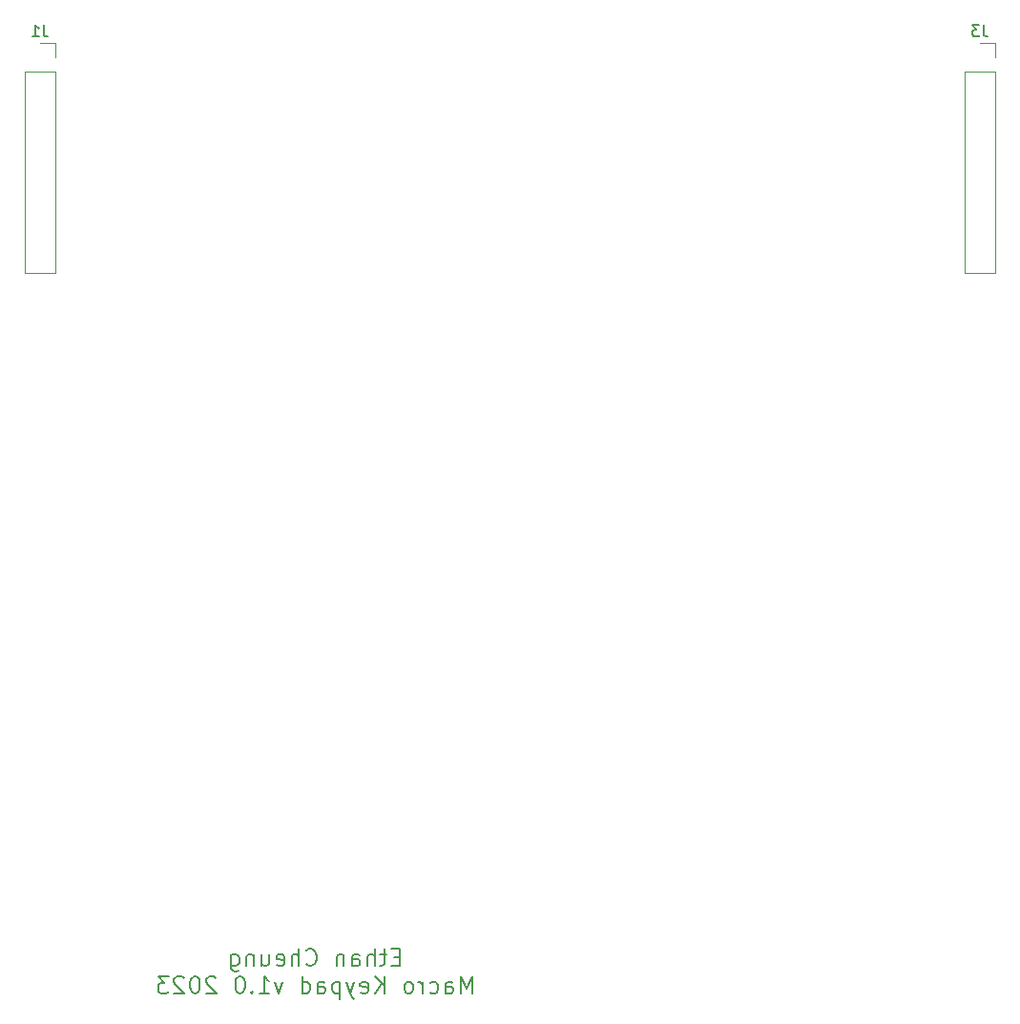
<source format=gbr>
%TF.GenerationSoftware,KiCad,Pcbnew,7.0.8*%
%TF.CreationDate,2023-10-31T17:03:34+08:00*%
%TF.ProjectId,MacroKeypad,4d616372-6f4b-4657-9970-61642e6b6963,rev?*%
%TF.SameCoordinates,Original*%
%TF.FileFunction,Legend,Bot*%
%TF.FilePolarity,Positive*%
%FSLAX46Y46*%
G04 Gerber Fmt 4.6, Leading zero omitted, Abs format (unit mm)*
G04 Created by KiCad (PCBNEW 7.0.8) date 2023-10-31 17:03:34*
%MOMM*%
%LPD*%
G01*
G04 APERTURE LIST*
%ADD10C,0.150000*%
%ADD11C,0.120000*%
G04 APERTURE END LIST*
D10*
X94967286Y-133132914D02*
X94467286Y-133132914D01*
X94253000Y-133918628D02*
X94967286Y-133918628D01*
X94967286Y-133918628D02*
X94967286Y-132418628D01*
X94967286Y-132418628D02*
X94253000Y-132418628D01*
X93824428Y-132918628D02*
X93253000Y-132918628D01*
X93610143Y-132418628D02*
X93610143Y-133704342D01*
X93610143Y-133704342D02*
X93538714Y-133847200D01*
X93538714Y-133847200D02*
X93395857Y-133918628D01*
X93395857Y-133918628D02*
X93253000Y-133918628D01*
X92753000Y-133918628D02*
X92753000Y-132418628D01*
X92110143Y-133918628D02*
X92110143Y-133132914D01*
X92110143Y-133132914D02*
X92181571Y-132990057D01*
X92181571Y-132990057D02*
X92324428Y-132918628D01*
X92324428Y-132918628D02*
X92538714Y-132918628D01*
X92538714Y-132918628D02*
X92681571Y-132990057D01*
X92681571Y-132990057D02*
X92753000Y-133061485D01*
X90753000Y-133918628D02*
X90753000Y-133132914D01*
X90753000Y-133132914D02*
X90824428Y-132990057D01*
X90824428Y-132990057D02*
X90967285Y-132918628D01*
X90967285Y-132918628D02*
X91253000Y-132918628D01*
X91253000Y-132918628D02*
X91395857Y-132990057D01*
X90753000Y-133847200D02*
X90895857Y-133918628D01*
X90895857Y-133918628D02*
X91253000Y-133918628D01*
X91253000Y-133918628D02*
X91395857Y-133847200D01*
X91395857Y-133847200D02*
X91467285Y-133704342D01*
X91467285Y-133704342D02*
X91467285Y-133561485D01*
X91467285Y-133561485D02*
X91395857Y-133418628D01*
X91395857Y-133418628D02*
X91253000Y-133347200D01*
X91253000Y-133347200D02*
X90895857Y-133347200D01*
X90895857Y-133347200D02*
X90753000Y-133275771D01*
X90038714Y-132918628D02*
X90038714Y-133918628D01*
X90038714Y-133061485D02*
X89967285Y-132990057D01*
X89967285Y-132990057D02*
X89824428Y-132918628D01*
X89824428Y-132918628D02*
X89610142Y-132918628D01*
X89610142Y-132918628D02*
X89467285Y-132990057D01*
X89467285Y-132990057D02*
X89395857Y-133132914D01*
X89395857Y-133132914D02*
X89395857Y-133918628D01*
X86681571Y-133775771D02*
X86752999Y-133847200D01*
X86752999Y-133847200D02*
X86967285Y-133918628D01*
X86967285Y-133918628D02*
X87110142Y-133918628D01*
X87110142Y-133918628D02*
X87324428Y-133847200D01*
X87324428Y-133847200D02*
X87467285Y-133704342D01*
X87467285Y-133704342D02*
X87538714Y-133561485D01*
X87538714Y-133561485D02*
X87610142Y-133275771D01*
X87610142Y-133275771D02*
X87610142Y-133061485D01*
X87610142Y-133061485D02*
X87538714Y-132775771D01*
X87538714Y-132775771D02*
X87467285Y-132632914D01*
X87467285Y-132632914D02*
X87324428Y-132490057D01*
X87324428Y-132490057D02*
X87110142Y-132418628D01*
X87110142Y-132418628D02*
X86967285Y-132418628D01*
X86967285Y-132418628D02*
X86752999Y-132490057D01*
X86752999Y-132490057D02*
X86681571Y-132561485D01*
X86038714Y-133918628D02*
X86038714Y-132418628D01*
X85395857Y-133918628D02*
X85395857Y-133132914D01*
X85395857Y-133132914D02*
X85467285Y-132990057D01*
X85467285Y-132990057D02*
X85610142Y-132918628D01*
X85610142Y-132918628D02*
X85824428Y-132918628D01*
X85824428Y-132918628D02*
X85967285Y-132990057D01*
X85967285Y-132990057D02*
X86038714Y-133061485D01*
X84110142Y-133847200D02*
X84252999Y-133918628D01*
X84252999Y-133918628D02*
X84538714Y-133918628D01*
X84538714Y-133918628D02*
X84681571Y-133847200D01*
X84681571Y-133847200D02*
X84752999Y-133704342D01*
X84752999Y-133704342D02*
X84752999Y-133132914D01*
X84752999Y-133132914D02*
X84681571Y-132990057D01*
X84681571Y-132990057D02*
X84538714Y-132918628D01*
X84538714Y-132918628D02*
X84252999Y-132918628D01*
X84252999Y-132918628D02*
X84110142Y-132990057D01*
X84110142Y-132990057D02*
X84038714Y-133132914D01*
X84038714Y-133132914D02*
X84038714Y-133275771D01*
X84038714Y-133275771D02*
X84752999Y-133418628D01*
X82753000Y-132918628D02*
X82753000Y-133918628D01*
X83395857Y-132918628D02*
X83395857Y-133704342D01*
X83395857Y-133704342D02*
X83324428Y-133847200D01*
X83324428Y-133847200D02*
X83181571Y-133918628D01*
X83181571Y-133918628D02*
X82967285Y-133918628D01*
X82967285Y-133918628D02*
X82824428Y-133847200D01*
X82824428Y-133847200D02*
X82753000Y-133775771D01*
X82038714Y-132918628D02*
X82038714Y-133918628D01*
X82038714Y-133061485D02*
X81967285Y-132990057D01*
X81967285Y-132990057D02*
X81824428Y-132918628D01*
X81824428Y-132918628D02*
X81610142Y-132918628D01*
X81610142Y-132918628D02*
X81467285Y-132990057D01*
X81467285Y-132990057D02*
X81395857Y-133132914D01*
X81395857Y-133132914D02*
X81395857Y-133918628D01*
X80038714Y-132918628D02*
X80038714Y-134132914D01*
X80038714Y-134132914D02*
X80110142Y-134275771D01*
X80110142Y-134275771D02*
X80181571Y-134347200D01*
X80181571Y-134347200D02*
X80324428Y-134418628D01*
X80324428Y-134418628D02*
X80538714Y-134418628D01*
X80538714Y-134418628D02*
X80681571Y-134347200D01*
X80038714Y-133847200D02*
X80181571Y-133918628D01*
X80181571Y-133918628D02*
X80467285Y-133918628D01*
X80467285Y-133918628D02*
X80610142Y-133847200D01*
X80610142Y-133847200D02*
X80681571Y-133775771D01*
X80681571Y-133775771D02*
X80752999Y-133632914D01*
X80752999Y-133632914D02*
X80752999Y-133204342D01*
X80752999Y-133204342D02*
X80681571Y-133061485D01*
X80681571Y-133061485D02*
X80610142Y-132990057D01*
X80610142Y-132990057D02*
X80467285Y-132918628D01*
X80467285Y-132918628D02*
X80181571Y-132918628D01*
X80181571Y-132918628D02*
X80038714Y-132990057D01*
X101395855Y-136333628D02*
X101395855Y-134833628D01*
X101395855Y-134833628D02*
X100895855Y-135905057D01*
X100895855Y-135905057D02*
X100395855Y-134833628D01*
X100395855Y-134833628D02*
X100395855Y-136333628D01*
X99038712Y-136333628D02*
X99038712Y-135547914D01*
X99038712Y-135547914D02*
X99110140Y-135405057D01*
X99110140Y-135405057D02*
X99252997Y-135333628D01*
X99252997Y-135333628D02*
X99538712Y-135333628D01*
X99538712Y-135333628D02*
X99681569Y-135405057D01*
X99038712Y-136262200D02*
X99181569Y-136333628D01*
X99181569Y-136333628D02*
X99538712Y-136333628D01*
X99538712Y-136333628D02*
X99681569Y-136262200D01*
X99681569Y-136262200D02*
X99752997Y-136119342D01*
X99752997Y-136119342D02*
X99752997Y-135976485D01*
X99752997Y-135976485D02*
X99681569Y-135833628D01*
X99681569Y-135833628D02*
X99538712Y-135762200D01*
X99538712Y-135762200D02*
X99181569Y-135762200D01*
X99181569Y-135762200D02*
X99038712Y-135690771D01*
X97681569Y-136262200D02*
X97824426Y-136333628D01*
X97824426Y-136333628D02*
X98110140Y-136333628D01*
X98110140Y-136333628D02*
X98252997Y-136262200D01*
X98252997Y-136262200D02*
X98324426Y-136190771D01*
X98324426Y-136190771D02*
X98395854Y-136047914D01*
X98395854Y-136047914D02*
X98395854Y-135619342D01*
X98395854Y-135619342D02*
X98324426Y-135476485D01*
X98324426Y-135476485D02*
X98252997Y-135405057D01*
X98252997Y-135405057D02*
X98110140Y-135333628D01*
X98110140Y-135333628D02*
X97824426Y-135333628D01*
X97824426Y-135333628D02*
X97681569Y-135405057D01*
X97038712Y-136333628D02*
X97038712Y-135333628D01*
X97038712Y-135619342D02*
X96967283Y-135476485D01*
X96967283Y-135476485D02*
X96895855Y-135405057D01*
X96895855Y-135405057D02*
X96752997Y-135333628D01*
X96752997Y-135333628D02*
X96610140Y-135333628D01*
X95895855Y-136333628D02*
X96038712Y-136262200D01*
X96038712Y-136262200D02*
X96110141Y-136190771D01*
X96110141Y-136190771D02*
X96181569Y-136047914D01*
X96181569Y-136047914D02*
X96181569Y-135619342D01*
X96181569Y-135619342D02*
X96110141Y-135476485D01*
X96110141Y-135476485D02*
X96038712Y-135405057D01*
X96038712Y-135405057D02*
X95895855Y-135333628D01*
X95895855Y-135333628D02*
X95681569Y-135333628D01*
X95681569Y-135333628D02*
X95538712Y-135405057D01*
X95538712Y-135405057D02*
X95467284Y-135476485D01*
X95467284Y-135476485D02*
X95395855Y-135619342D01*
X95395855Y-135619342D02*
X95395855Y-136047914D01*
X95395855Y-136047914D02*
X95467284Y-136190771D01*
X95467284Y-136190771D02*
X95538712Y-136262200D01*
X95538712Y-136262200D02*
X95681569Y-136333628D01*
X95681569Y-136333628D02*
X95895855Y-136333628D01*
X93610141Y-136333628D02*
X93610141Y-134833628D01*
X92752998Y-136333628D02*
X93395855Y-135476485D01*
X92752998Y-134833628D02*
X93610141Y-135690771D01*
X91538712Y-136262200D02*
X91681569Y-136333628D01*
X91681569Y-136333628D02*
X91967284Y-136333628D01*
X91967284Y-136333628D02*
X92110141Y-136262200D01*
X92110141Y-136262200D02*
X92181569Y-136119342D01*
X92181569Y-136119342D02*
X92181569Y-135547914D01*
X92181569Y-135547914D02*
X92110141Y-135405057D01*
X92110141Y-135405057D02*
X91967284Y-135333628D01*
X91967284Y-135333628D02*
X91681569Y-135333628D01*
X91681569Y-135333628D02*
X91538712Y-135405057D01*
X91538712Y-135405057D02*
X91467284Y-135547914D01*
X91467284Y-135547914D02*
X91467284Y-135690771D01*
X91467284Y-135690771D02*
X92181569Y-135833628D01*
X90967284Y-135333628D02*
X90610141Y-136333628D01*
X90252998Y-135333628D02*
X90610141Y-136333628D01*
X90610141Y-136333628D02*
X90752998Y-136690771D01*
X90752998Y-136690771D02*
X90824427Y-136762200D01*
X90824427Y-136762200D02*
X90967284Y-136833628D01*
X89681570Y-135333628D02*
X89681570Y-136833628D01*
X89681570Y-135405057D02*
X89538713Y-135333628D01*
X89538713Y-135333628D02*
X89252998Y-135333628D01*
X89252998Y-135333628D02*
X89110141Y-135405057D01*
X89110141Y-135405057D02*
X89038713Y-135476485D01*
X89038713Y-135476485D02*
X88967284Y-135619342D01*
X88967284Y-135619342D02*
X88967284Y-136047914D01*
X88967284Y-136047914D02*
X89038713Y-136190771D01*
X89038713Y-136190771D02*
X89110141Y-136262200D01*
X89110141Y-136262200D02*
X89252998Y-136333628D01*
X89252998Y-136333628D02*
X89538713Y-136333628D01*
X89538713Y-136333628D02*
X89681570Y-136262200D01*
X87681570Y-136333628D02*
X87681570Y-135547914D01*
X87681570Y-135547914D02*
X87752998Y-135405057D01*
X87752998Y-135405057D02*
X87895855Y-135333628D01*
X87895855Y-135333628D02*
X88181570Y-135333628D01*
X88181570Y-135333628D02*
X88324427Y-135405057D01*
X87681570Y-136262200D02*
X87824427Y-136333628D01*
X87824427Y-136333628D02*
X88181570Y-136333628D01*
X88181570Y-136333628D02*
X88324427Y-136262200D01*
X88324427Y-136262200D02*
X88395855Y-136119342D01*
X88395855Y-136119342D02*
X88395855Y-135976485D01*
X88395855Y-135976485D02*
X88324427Y-135833628D01*
X88324427Y-135833628D02*
X88181570Y-135762200D01*
X88181570Y-135762200D02*
X87824427Y-135762200D01*
X87824427Y-135762200D02*
X87681570Y-135690771D01*
X86324427Y-136333628D02*
X86324427Y-134833628D01*
X86324427Y-136262200D02*
X86467284Y-136333628D01*
X86467284Y-136333628D02*
X86752998Y-136333628D01*
X86752998Y-136333628D02*
X86895855Y-136262200D01*
X86895855Y-136262200D02*
X86967284Y-136190771D01*
X86967284Y-136190771D02*
X87038712Y-136047914D01*
X87038712Y-136047914D02*
X87038712Y-135619342D01*
X87038712Y-135619342D02*
X86967284Y-135476485D01*
X86967284Y-135476485D02*
X86895855Y-135405057D01*
X86895855Y-135405057D02*
X86752998Y-135333628D01*
X86752998Y-135333628D02*
X86467284Y-135333628D01*
X86467284Y-135333628D02*
X86324427Y-135405057D01*
X84610141Y-135333628D02*
X84252998Y-136333628D01*
X84252998Y-136333628D02*
X83895855Y-135333628D01*
X82538712Y-136333628D02*
X83395855Y-136333628D01*
X82967284Y-136333628D02*
X82967284Y-134833628D01*
X82967284Y-134833628D02*
X83110141Y-135047914D01*
X83110141Y-135047914D02*
X83252998Y-135190771D01*
X83252998Y-135190771D02*
X83395855Y-135262200D01*
X81895856Y-136190771D02*
X81824427Y-136262200D01*
X81824427Y-136262200D02*
X81895856Y-136333628D01*
X81895856Y-136333628D02*
X81967284Y-136262200D01*
X81967284Y-136262200D02*
X81895856Y-136190771D01*
X81895856Y-136190771D02*
X81895856Y-136333628D01*
X80895855Y-134833628D02*
X80752998Y-134833628D01*
X80752998Y-134833628D02*
X80610141Y-134905057D01*
X80610141Y-134905057D02*
X80538713Y-134976485D01*
X80538713Y-134976485D02*
X80467284Y-135119342D01*
X80467284Y-135119342D02*
X80395855Y-135405057D01*
X80395855Y-135405057D02*
X80395855Y-135762200D01*
X80395855Y-135762200D02*
X80467284Y-136047914D01*
X80467284Y-136047914D02*
X80538713Y-136190771D01*
X80538713Y-136190771D02*
X80610141Y-136262200D01*
X80610141Y-136262200D02*
X80752998Y-136333628D01*
X80752998Y-136333628D02*
X80895855Y-136333628D01*
X80895855Y-136333628D02*
X81038713Y-136262200D01*
X81038713Y-136262200D02*
X81110141Y-136190771D01*
X81110141Y-136190771D02*
X81181570Y-136047914D01*
X81181570Y-136047914D02*
X81252998Y-135762200D01*
X81252998Y-135762200D02*
X81252998Y-135405057D01*
X81252998Y-135405057D02*
X81181570Y-135119342D01*
X81181570Y-135119342D02*
X81110141Y-134976485D01*
X81110141Y-134976485D02*
X81038713Y-134905057D01*
X81038713Y-134905057D02*
X80895855Y-134833628D01*
X78681570Y-134976485D02*
X78610142Y-134905057D01*
X78610142Y-134905057D02*
X78467285Y-134833628D01*
X78467285Y-134833628D02*
X78110142Y-134833628D01*
X78110142Y-134833628D02*
X77967285Y-134905057D01*
X77967285Y-134905057D02*
X77895856Y-134976485D01*
X77895856Y-134976485D02*
X77824427Y-135119342D01*
X77824427Y-135119342D02*
X77824427Y-135262200D01*
X77824427Y-135262200D02*
X77895856Y-135476485D01*
X77895856Y-135476485D02*
X78752999Y-136333628D01*
X78752999Y-136333628D02*
X77824427Y-136333628D01*
X76895856Y-134833628D02*
X76752999Y-134833628D01*
X76752999Y-134833628D02*
X76610142Y-134905057D01*
X76610142Y-134905057D02*
X76538714Y-134976485D01*
X76538714Y-134976485D02*
X76467285Y-135119342D01*
X76467285Y-135119342D02*
X76395856Y-135405057D01*
X76395856Y-135405057D02*
X76395856Y-135762200D01*
X76395856Y-135762200D02*
X76467285Y-136047914D01*
X76467285Y-136047914D02*
X76538714Y-136190771D01*
X76538714Y-136190771D02*
X76610142Y-136262200D01*
X76610142Y-136262200D02*
X76752999Y-136333628D01*
X76752999Y-136333628D02*
X76895856Y-136333628D01*
X76895856Y-136333628D02*
X77038714Y-136262200D01*
X77038714Y-136262200D02*
X77110142Y-136190771D01*
X77110142Y-136190771D02*
X77181571Y-136047914D01*
X77181571Y-136047914D02*
X77252999Y-135762200D01*
X77252999Y-135762200D02*
X77252999Y-135405057D01*
X77252999Y-135405057D02*
X77181571Y-135119342D01*
X77181571Y-135119342D02*
X77110142Y-134976485D01*
X77110142Y-134976485D02*
X77038714Y-134905057D01*
X77038714Y-134905057D02*
X76895856Y-134833628D01*
X75824428Y-134976485D02*
X75753000Y-134905057D01*
X75753000Y-134905057D02*
X75610143Y-134833628D01*
X75610143Y-134833628D02*
X75253000Y-134833628D01*
X75253000Y-134833628D02*
X75110143Y-134905057D01*
X75110143Y-134905057D02*
X75038714Y-134976485D01*
X75038714Y-134976485D02*
X74967285Y-135119342D01*
X74967285Y-135119342D02*
X74967285Y-135262200D01*
X74967285Y-135262200D02*
X75038714Y-135476485D01*
X75038714Y-135476485D02*
X75895857Y-136333628D01*
X75895857Y-136333628D02*
X74967285Y-136333628D01*
X74467286Y-134833628D02*
X73538714Y-134833628D01*
X73538714Y-134833628D02*
X74038714Y-135405057D01*
X74038714Y-135405057D02*
X73824429Y-135405057D01*
X73824429Y-135405057D02*
X73681572Y-135476485D01*
X73681572Y-135476485D02*
X73610143Y-135547914D01*
X73610143Y-135547914D02*
X73538714Y-135690771D01*
X73538714Y-135690771D02*
X73538714Y-136047914D01*
X73538714Y-136047914D02*
X73610143Y-136190771D01*
X73610143Y-136190771D02*
X73681572Y-136262200D01*
X73681572Y-136262200D02*
X73824429Y-136333628D01*
X73824429Y-136333628D02*
X74253000Y-136333628D01*
X74253000Y-136333628D02*
X74395857Y-136262200D01*
X74395857Y-136262200D02*
X74467286Y-136190771D01*
X146796333Y-50464819D02*
X146796333Y-51179104D01*
X146796333Y-51179104D02*
X146843952Y-51321961D01*
X146843952Y-51321961D02*
X146939190Y-51417200D01*
X146939190Y-51417200D02*
X147082047Y-51464819D01*
X147082047Y-51464819D02*
X147177285Y-51464819D01*
X146415380Y-50464819D02*
X145796333Y-50464819D01*
X145796333Y-50464819D02*
X146129666Y-50845771D01*
X146129666Y-50845771D02*
X145986809Y-50845771D01*
X145986809Y-50845771D02*
X145891571Y-50893390D01*
X145891571Y-50893390D02*
X145843952Y-50941009D01*
X145843952Y-50941009D02*
X145796333Y-51036247D01*
X145796333Y-51036247D02*
X145796333Y-51274342D01*
X145796333Y-51274342D02*
X145843952Y-51369580D01*
X145843952Y-51369580D02*
X145891571Y-51417200D01*
X145891571Y-51417200D02*
X145986809Y-51464819D01*
X145986809Y-51464819D02*
X146272523Y-51464819D01*
X146272523Y-51464819D02*
X146367761Y-51417200D01*
X146367761Y-51417200D02*
X146415380Y-51369580D01*
X63396333Y-50464819D02*
X63396333Y-51179104D01*
X63396333Y-51179104D02*
X63443952Y-51321961D01*
X63443952Y-51321961D02*
X63539190Y-51417200D01*
X63539190Y-51417200D02*
X63682047Y-51464819D01*
X63682047Y-51464819D02*
X63777285Y-51464819D01*
X62396333Y-51464819D02*
X62967761Y-51464819D01*
X62682047Y-51464819D02*
X62682047Y-50464819D01*
X62682047Y-50464819D02*
X62777285Y-50607676D01*
X62777285Y-50607676D02*
X62872523Y-50702914D01*
X62872523Y-50702914D02*
X62967761Y-50750533D01*
D11*
%TO.C,J3*%
X147793000Y-72450000D02*
X145133000Y-72450000D01*
X147793000Y-54610000D02*
X147793000Y-72450000D01*
X147793000Y-54610000D02*
X145133000Y-54610000D01*
X147793000Y-53340000D02*
X147793000Y-52010000D01*
X147793000Y-52010000D02*
X146463000Y-52010000D01*
X145133000Y-54610000D02*
X145133000Y-72450000D01*
%TO.C,J1*%
X64393000Y-72450000D02*
X61733000Y-72450000D01*
X64393000Y-54610000D02*
X64393000Y-72450000D01*
X64393000Y-54610000D02*
X61733000Y-54610000D01*
X64393000Y-53340000D02*
X64393000Y-52010000D01*
X64393000Y-52010000D02*
X63063000Y-52010000D01*
X61733000Y-54610000D02*
X61733000Y-72450000D01*
%TD*%
M02*

</source>
